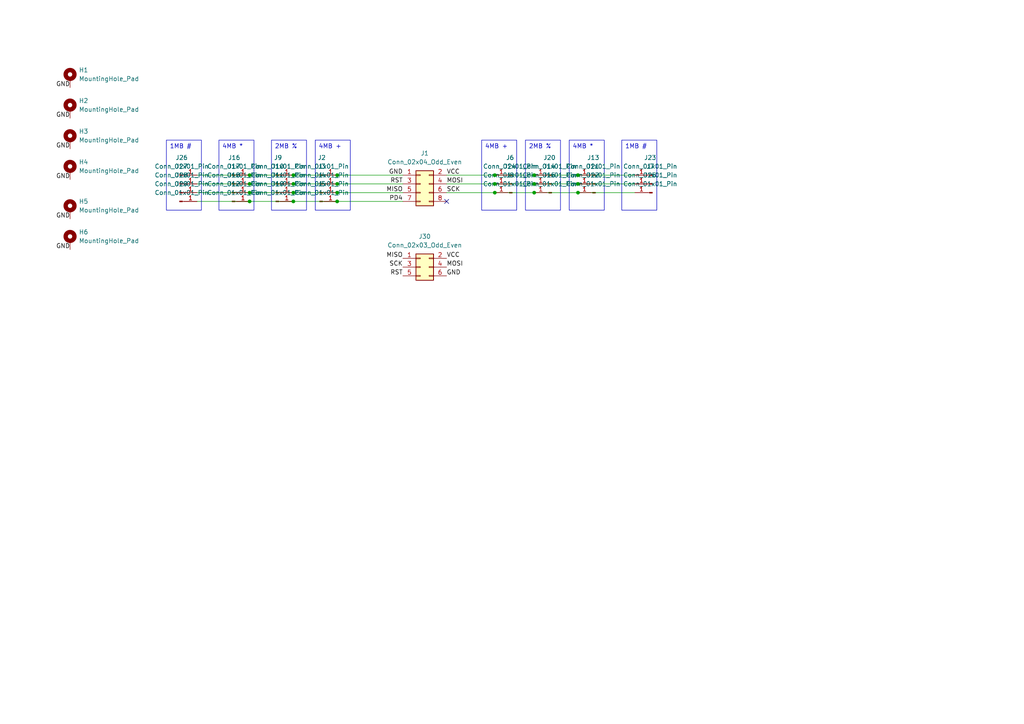
<source format=kicad_sch>
(kicad_sch (version 20250114) (generator "eeschema") (generator_version "9.0")
  (paper "A4")
  (lib_symbols
    (symbol "Connector:Conn_01x01_Pin" (pin_names (offset 1.016) (hide yes))
      (property "Reference" "J" (at 0 2.54 0))
      (property "Value" "Conn_01x01_Pin" (at 0 -2.54 0))
      (symbol "Conn_01x01_Pin_1_1"
        (rectangle (start 0.8636 0.127) (end 0 -0.127) (stroke (width 0.1524)) (fill (type outline)))
        (polyline (pts (xy 1.27 0) (xy 0.8636 0)) (stroke (width 0.1524)))
        (pin passive line (at 5.08 0 180) (length 3.81) (name "Pin_1") (number "1"))
      )
    )
    (symbol "Connector_Generic:Conn_02x03_Odd_Even" (pin_names (offset 1.016) (hide yes))
      (property "Reference" "J" (at 1.27 5.08 0))
      (property "Value" "Conn_02x03_Odd_Even" (at 1.27 -5.08 0))
      (symbol "Conn_02x03_Odd_Even_1_1"
        (rectangle (start -1.27 3.81) (end 3.81 -3.81) (stroke (width 0.254)) (fill (type background)))
        (rectangle (start -1.27 2.667) (end 0 2.413) (stroke (width 0.1524)))
        (rectangle (start -1.27 0.127) (end 0 -0.127) (stroke (width 0.1524)))
        (rectangle (start -1.27 -2.413) (end 0 -2.667) (stroke (width 0.1524)))
        (rectangle (start 3.81 2.667) (end 2.54 2.413) (stroke (width 0.1524)))
        (rectangle (start 3.81 0.127) (end 2.54 -0.127) (stroke (width 0.1524)))
        (rectangle (start 3.81 -2.413) (end 2.54 -2.667) (stroke (width 0.1524)))
        (pin passive line (at -5.08 2.54 0) (length 3.81) (name "Pin_1") (number "1"))
        (pin passive line (at -5.08 0 0) (length 3.81) (name "Pin_3") (number "3"))
        (pin passive line (at -5.08 -2.54 0) (length 3.81) (name "Pin_5") (number "5"))
        (pin passive line (at 7.62 2.54 180) (length 3.81) (name "Pin_2") (number "2"))
        (pin passive line (at 7.62 0 180) (length 3.81) (name "Pin_4") (number "4"))
        (pin passive line (at 7.62 -2.54 180) (length 3.81) (name "Pin_6") (number "6"))
      )
    )
    (symbol "Connector_Generic:Conn_02x04_Odd_Even" (pin_names (offset 1.016) (hide yes))
      (property "Reference" "J" (at 1.27 5.08 0))
      (property "Value" "Conn_02x04_Odd_Even" (at 1.27 -7.62 0))
      (symbol "Conn_02x04_Odd_Even_1_1"
        (rectangle (start -1.27 3.81) (end 3.81 -6.35) (stroke (width 0.254)) (fill (type background)))
        (rectangle (start -1.27 2.667) (end 0 2.413) (stroke (width 0.1524)))
        (rectangle (start -1.27 0.127) (end 0 -0.127) (stroke (width 0.1524)))
        (rectangle (start -1.27 -2.413) (end 0 -2.667) (stroke (width 0.1524)))
        (rectangle (start -1.27 -4.953) (end 0 -5.207) (stroke (width 0.1524)))
        (rectangle (start 3.81 2.667) (end 2.54 2.413) (stroke (width 0.1524)))
        (rectangle (start 3.81 0.127) (end 2.54 -0.127) (stroke (width 0.1524)))
        (rectangle (start 3.81 -2.413) (end 2.54 -2.667) (stroke (width 0.1524)))
        (rectangle (start 3.81 -4.953) (end 2.54 -5.207) (stroke (width 0.1524)))
        (pin passive line (at -5.08 2.54 0) (length 3.81) (name "Pin_1") (number "1"))
        (pin passive line (at -5.08 0 0) (length 3.81) (name "Pin_3") (number "3"))
        (pin passive line (at -5.08 -2.54 0) (length 3.81) (name "Pin_5") (number "5"))
        (pin passive line (at -5.08 -5.08 0) (length 3.81) (name "Pin_7") (number "7"))
        (pin passive line (at 7.62 2.54 180) (length 3.81) (name "Pin_2") (number "2"))
        (pin passive line (at 7.62 0 180) (length 3.81) (name "Pin_4") (number "4"))
        (pin passive line (at 7.62 -2.54 180) (length 3.81) (name "Pin_6") (number "6"))
        (pin passive line (at 7.62 -5.08 180) (length 3.81) (name "Pin_8") (number "8"))
      )
    )
    (symbol "Mechanical:MountingHole_Pad" (pin_numbers (hide yes)) (pin_names (offset 1.016) (hide yes)) (exclude_from_sim yes) (in_bom no)
      (property "Reference" "H" (at 0 6.35 0))
      (property "Value" "MountingHole_Pad" (at 0 4.445 0))
      (symbol "MountingHole_Pad_0_1"
        (circle (center 0 1.27) (radius 1.27) (stroke (width 1.27)))
      )
      (symbol "MountingHole_Pad_1_1"
        (pin input line (at 0 -2.54 90) (length 2.54) (name "1") (number "1"))
      )
    )
  )
  (text_box "4MB +" (at 91.44 40.64 0) (size 10.16 20.32) (margins 0.9525 0.9525 0.9525 0.9525) (effects (font (size 1.27 1.27)) (justify left top)))
  (text_box "2MB %" (at 152.4 40.64 0) (size 10.16 20.32) (margins 0.9525 0.9525 0.9525 0.9525) (effects (font (size 1.27 1.27)) (justify left top)))
  (text_box "2MB %" (at 78.74 40.64 0) (size 10.16 20.32) (margins 0.9525 0.9525 0.9525 0.9525) (effects (font (size 1.27 1.27)) (justify left top)))
  (text_box "1MB #" (at 180.34 40.64 0) (size 10.16 20.32) (margins 0.9525 0.9525 0.9525 0.9525) (effects (font (size 1.27 1.27)) (justify left top)))
  (text_box "1MB #" (at 48.26 40.64 0) (size 10.16 20.32) (margins 0.9525 0.9525 0.9525 0.9525) (effects (font (size 1.27 1.27)) (justify left top)))
  (text_box "4MB +" (at 139.7 40.64 0) (size 10.16 20.32) (margins 0.9525 0.9525 0.9525 0.9525) (effects (font (size 1.27 1.27)) (justify left top)))
  (text_box "4MB *" (at 165.1 40.64 0) (size 10.16 20.32) (margins 0.9525 0.9525 0.9525 0.9525) (effects (font (size 1.27 1.27)) (justify left top)))
  (text_box "4MB *" (at 63.5 40.64 0) (size 10.16 20.32) (margins 0.9525 0.9525 0.9525 0.9525) (effects (font (size 1.27 1.27)) (justify left top)))
  (junction (at 85.09 50.8))
  (junction (at 85.09 53.34))
  (junction (at 97.79 58.42))
  (junction (at 72.39 50.8))
  (junction (at 85.09 55.88))
  (junction (at 167.64 50.8))
  (junction (at 72.39 55.88))
  (junction (at 97.79 53.34))
  (junction (at 85.09 58.42))
  (junction (at 154.94 55.88))
  (junction (at 143.51 50.8))
  (junction (at 97.79 55.88))
  (junction (at 154.94 50.8))
  (junction (at 143.51 55.88))
  (junction (at 154.94 53.34))
  (junction (at 97.79 50.8))
  (junction (at 143.51 53.34))
  (junction (at 72.39 58.42))
  (junction (at 167.64 55.88))
  (junction (at 167.64 53.34))
  (junction (at 72.39 53.34))
  (no_connect (at 129.54 58.42))
  (wire (pts (xy 143.51 55.88) (xy 154.94 55.88)))
  (wire (pts (xy 85.09 53.34) (xy 97.79 53.34)))
  (wire (pts (xy 143.51 53.34) (xy 154.94 53.34)))
  (wire (pts (xy 72.39 55.88) (xy 85.09 55.88)))
  (wire (pts (xy 97.79 53.34) (xy 116.84 53.34)))
  (wire (pts (xy 129.54 50.8) (xy 143.51 50.8)))
  (wire (pts (xy 97.79 58.42) (xy 116.84 58.42)))
  (wire (pts (xy 97.79 55.88) (xy 116.84 55.88)))
  (wire (pts (xy 167.64 50.8) (xy 184.15 50.8)))
  (wire (pts (xy 57.15 53.34) (xy 72.39 53.34)))
  (wire (pts (xy 97.79 50.8) (xy 116.84 50.8)))
  (wire (pts (xy 154.94 55.88) (xy 167.64 55.88)))
  (wire (pts (xy 154.94 53.34) (xy 167.64 53.34)))
  (wire (pts (xy 85.09 55.88) (xy 97.79 55.88)))
  (wire (pts (xy 143.51 50.8) (xy 154.94 50.8)))
  (wire (pts (xy 72.39 58.42) (xy 85.09 58.42)))
  (wire (pts (xy 57.15 55.88) (xy 72.39 55.88)))
  (wire (pts (xy 129.54 55.88) (xy 143.51 55.88)))
  (wire (pts (xy 167.64 55.88) (xy 184.15 55.88)))
  (wire (pts (xy 85.09 50.8) (xy 97.79 50.8)))
  (wire (pts (xy 129.54 53.34) (xy 143.51 53.34)))
  (wire (pts (xy 72.39 50.8) (xy 85.09 50.8)))
  (wire (pts (xy 57.15 58.42) (xy 72.39 58.42)))
  (wire (pts (xy 167.64 53.34) (xy 184.15 53.34)))
  (wire (pts (xy 85.09 58.42) (xy 97.79 58.42)))
  (wire (pts (xy 72.39 53.34) (xy 85.09 53.34)))
  (wire (pts (xy 57.15 50.8) (xy 72.39 50.8)))
  (wire (pts (xy 154.94 50.8) (xy 167.64 50.8)))
  (label "GND" (at 20.32 43.18 180))
  (label "MOSI" (at 129.54 77.47 0))
  (label "VCC" (at 129.54 74.93 0))
  (label "VCC" (at 129.54 50.8 0))
  (label "GND" (at 116.84 50.8 180))
  (label "PD4" (at 116.84 58.42 180))
  (label "MISO" (at 116.84 55.88 180))
  (label "GND" (at 20.32 25.4 180))
  (label "MISO" (at 116.84 74.93 180))
  (label "GND" (at 20.32 34.29 180))
  (label "GND" (at 20.32 72.39 180))
  (label "SCK" (at 116.84 77.47 180))
  (label "MOSI" (at 129.54 53.34 0))
  (label "GND" (at 129.54 80.01 0))
  (label "SCK" (at 129.54 55.88 0))
  (label "RST" (at 116.84 80.01 180))
  (label "GND" (at 20.32 52.07 180))
  (label "RST" (at 116.84 53.34 180))
  (label "GND" (at 20.32 63.5 180))
  (symbol (lib_id "Connector:Conn_01x01_Pin") (at 160.02 53.34 0) (mirror y) (unit 1)
    (property "Reference" "J14" (at 159.385 48.26 0))
    (property "Value" "Conn_01x01_Pin" (at 159.385 50.8 0))
    (property "Footprint" "Connector_PinHeader_2.54mm:PinHeader_1x01_P2.54mm_Vertical" (effects (hide yes)))
    (property "Description" "Generic connector, single row, 01x01, script generated" (effects (hide yes)))
  )
  (symbol (lib_id "Connector:Conn_01x01_Pin") (at 189.23 55.88 0) (mirror y) (unit 1)
    (property "Reference" "J25" (at 188.595 50.8 0))
    (property "Value" "Conn_01x01_Pin" (at 188.595 53.34 0))
    (property "Footprint" "Connector_PinHeader_2.54mm:PinHeader_1x01_P2.54mm_Vertical" (effects (hide yes)))
    (property "Description" "Generic connector, single row, 01x01, script generated" (effects (hide yes)))
  )
  (symbol (lib_id "Mechanical:MountingHole_Pad") (at 20.32 49.53 0) (unit 1) (exclude_from_sim yes) (in_bom no)
    (property "Reference" "H4" (at 22.86 46.9899 0) (effects (justify left)))
    (property "Value" "MountingHole_Pad" (at 22.86 49.5299 0) (effects (justify left)))
    (property "Footprint" "MountingHole:MountingHole_4.3mm_M4_DIN965_Pad" (effects (hide yes)))
    (property "Description" "Mounting Hole with connection" (effects (hide yes)))
  )
  (symbol (lib_id "Connector:Conn_01x01_Pin") (at 52.07 58.42 0) (unit 1)
    (property "Reference" "J29" (at 52.705 53.34 0))
    (property "Value" "Conn_01x01_Pin" (at 52.705 55.88 0))
    (property "Footprint" "Connector_PinHeader_2.54mm:PinHeader_1x01_P2.54mm_Vertical" (effects (hide yes)))
    (property "Description" "Generic connector, single row, 01x01, script generated" (effects (hide yes)))
  )
  (symbol (lib_id "Mechanical:MountingHole_Pad") (at 20.32 60.96 0) (unit 1) (exclude_from_sim yes) (in_bom no)
    (property "Reference" "H5" (at 22.86 58.4199 0) (effects (justify left)))
    (property "Value" "MountingHole_Pad" (at 22.86 60.9599 0) (effects (justify left)))
    (property "Footprint" "MountingHole:MountingHole_2.2mm_M2_DIN965_Pad" (effects (hide yes)))
    (property "Description" "Mounting Hole with connection" (effects (hide yes)))
  )
  (symbol (lib_id "Connector:Conn_01x01_Pin") (at 148.59 53.34 0) (mirror y) (unit 1)
    (property "Reference" "J24" (at 147.955 48.26 0))
    (property "Value" "Conn_01x01_Pin" (at 147.955 50.8 0))
    (property "Footprint" "Connector_PinHeader_2.54mm:PinHeader_1x01_P2.54mm_Vertical" (effects (hide yes)))
    (property "Description" "Generic connector, single row, 01x01, script generated" (effects (hide yes)))
  )
  (symbol (lib_id "Connector:Conn_01x01_Pin") (at 52.07 50.8 0) (unit 1)
    (property "Reference" "J26" (at 52.705 45.72 0))
    (property "Value" "Conn_01x01_Pin" (at 52.705 48.26 0))
    (property "Footprint" "Connector_PinHeader_2.54mm:PinHeader_1x01_P2.54mm_Vertical" (effects (hide yes)))
    (property "Description" "Generic connector, single row, 01x01, script generated" (effects (hide yes)))
  )
  (symbol (lib_id "Connector:Conn_01x01_Pin") (at 52.07 53.34 0) (unit 1)
    (property "Reference" "J27" (at 52.705 48.26 0))
    (property "Value" "Conn_01x01_Pin" (at 52.705 50.8 0))
    (property "Footprint" "Connector_PinHeader_2.54mm:PinHeader_1x01_P2.54mm_Vertical" (effects (hide yes)))
    (property "Description" "Generic connector, single row, 01x01, script generated" (effects (hide yes)))
  )
  (symbol (lib_id "Connector:Conn_01x01_Pin") (at 80.01 53.34 0) (unit 1)
    (property "Reference" "J10" (at 80.645 48.26 0))
    (property "Value" "Conn_01x01_Pin" (at 80.645 50.8 0))
    (property "Footprint" "Connector_PinHeader_2.54mm:PinHeader_1x01_P2.54mm_Vertical" (effects (hide yes)))
    (property "Description" "Generic connector, single row, 01x01, script generated" (effects (hide yes)))
  )
  (symbol (lib_id "Connector:Conn_01x01_Pin") (at 92.71 55.88 0) (unit 1)
    (property "Reference" "J4" (at 93.345 50.8 0))
    (property "Value" "Conn_01x01_Pin" (at 93.345 53.34 0))
    (property "Footprint" "Connector_PinHeader_2.54mm:PinHeader_1x01_P2.54mm_Vertical" (effects (hide yes)))
    (property "Description" "Generic connector, single row, 01x01, script generated" (effects (hide yes)))
  )
  (symbol (lib_id "Connector:Conn_01x01_Pin") (at 148.59 55.88 0) (mirror y) (unit 1)
    (property "Reference" "J8" (at 147.955 50.8 0))
    (property "Value" "Conn_01x01_Pin" (at 147.955 53.34 0))
    (property "Footprint" "Connector_PinHeader_2.54mm:PinHeader_1x01_P2.54mm_Vertical" (effects (hide yes)))
    (property "Description" "Generic connector, single row, 01x01, script generated" (effects (hide yes)))
  )
  (symbol (lib_id "Connector:Conn_01x01_Pin") (at 80.01 55.88 0) (unit 1)
    (property "Reference" "J11" (at 80.645 50.8 0))
    (property "Value" "Conn_01x01_Pin" (at 80.645 53.34 0))
    (property "Footprint" "Connector_PinHeader_2.54mm:PinHeader_1x01_P2.54mm_Vertical" (effects (hide yes)))
    (property "Description" "Generic connector, single row, 01x01, script generated" (effects (hide yes)))
  )
  (symbol (lib_id "Connector:Conn_01x01_Pin") (at 172.72 50.8 0) (mirror y) (unit 1)
    (property "Reference" "J13" (at 172.085 45.72 0))
    (property "Value" "Conn_01x01_Pin" (at 172.085 48.26 0))
    (property "Footprint" "Connector_PinHeader_2.54mm:PinHeader_1x01_P2.54mm_Vertical" (effects (hide yes)))
    (property "Description" "Generic connector, single row, 01x01, script generated" (effects (hide yes)))
  )
  (symbol (lib_id "Connector:Conn_01x01_Pin") (at 67.31 50.8 0) (unit 1)
    (property "Reference" "J16" (at 67.945 45.72 0))
    (property "Value" "Conn_01x01_Pin" (at 67.945 48.26 0))
    (property "Footprint" "Connector_PinHeader_2.54mm:PinHeader_1x01_P2.54mm_Vertical" (effects (hide yes)))
    (property "Description" "Generic connector, single row, 01x01, script generated" (effects (hide yes)))
  )
  (symbol (lib_id "Connector_Generic:Conn_02x04_Odd_Even") (at 121.92 53.34 0) (unit 1)
    (property "Reference" "J1" (at 123.19 44.45 0))
    (property "Value" "Conn_02x04_Odd_Even" (at 123.19 46.99 0))
    (property "Footprint" "Connector_PinHeader_2.54mm:PinHeader_2x04_P2.54mm_Vertical" (effects (hide yes)))
    (property "Description" "Generic connector, double row, 02x04, odd/even pin numbering scheme (row 1 odd numbers, row 2 even numbers), script generated (kicad-library-utils/schlib/autogen/connector/)" (effects (hide yes)))
  )
  (symbol (lib_id "Connector:Conn_01x01_Pin") (at 92.71 58.42 0) (unit 1)
    (property "Reference" "J5" (at 93.345 53.34 0))
    (property "Value" "Conn_01x01_Pin" (at 93.345 55.88 0))
    (property "Footprint" "Connector_PinHeader_2.54mm:PinHeader_1x01_P2.54mm_Vertical" (effects (hide yes)))
    (property "Description" "Generic connector, single row, 01x01, script generated" (effects (hide yes)))
  )
  (symbol (lib_id "Mechanical:MountingHole_Pad") (at 20.32 69.85 0) (unit 1) (exclude_from_sim yes) (in_bom no)
    (property "Reference" "H6" (at 22.86 67.3099 0) (effects (justify left)))
    (property "Value" "MountingHole_Pad" (at 22.86 69.8499 0) (effects (justify left)))
    (property "Footprint" "MountingHole:MountingHole_2.2mm_M2_DIN965_Pad" (effects (hide yes)))
    (property "Description" "Mounting Hole with connection" (effects (hide yes)))
  )
  (symbol (lib_id "Connector:Conn_01x01_Pin") (at 172.72 55.88 0) (mirror y) (unit 1)
    (property "Reference" "J22" (at 172.085 50.8 0))
    (property "Value" "Conn_01x01_Pin" (at 172.085 53.34 0))
    (property "Footprint" "Connector_PinHeader_2.54mm:PinHeader_1x01_P2.54mm_Vertical" (effects (hide yes)))
    (property "Description" "Generic connector, single row, 01x01, script generated" (effects (hide yes)))
  )
  (symbol (lib_id "Connector:Conn_01x01_Pin") (at 189.23 53.34 0) (mirror y) (unit 1)
    (property "Reference" "J7" (at 188.595 48.26 0))
    (property "Value" "Conn_01x01_Pin" (at 188.595 50.8 0))
    (property "Footprint" "Connector_PinHeader_2.54mm:PinHeader_1x01_P2.54mm_Vertical" (effects (hide yes)))
    (property "Description" "Generic connector, single row, 01x01, script generated" (effects (hide yes)))
  )
  (symbol (lib_id "Connector:Conn_01x01_Pin") (at 160.02 50.8 0) (mirror y) (unit 1)
    (property "Reference" "J20" (at 159.385 45.72 0))
    (property "Value" "Conn_01x01_Pin" (at 159.385 48.26 0))
    (property "Footprint" "Connector_PinHeader_2.54mm:PinHeader_1x01_P2.54mm_Vertical" (effects (hide yes)))
    (property "Description" "Generic connector, single row, 01x01, script generated" (effects (hide yes)))
  )
  (symbol (lib_id "Connector:Conn_01x01_Pin") (at 67.31 58.42 0) (unit 1)
    (property "Reference" "J12" (at 67.945 53.34 0))
    (property "Value" "Conn_01x01_Pin" (at 67.945 55.88 0))
    (property "Footprint" "Connector_PinHeader_2.54mm:PinHeader_1x01_P2.54mm_Vertical" (effects (hide yes)))
    (property "Description" "Generic connector, single row, 01x01, script generated" (effects (hide yes)))
  )
  (symbol (lib_id "Connector:Conn_01x01_Pin") (at 92.71 50.8 0) (unit 1)
    (property "Reference" "J2" (at 93.345 45.72 0))
    (property "Value" "Conn_01x01_Pin" (at 93.345 48.26 0))
    (property "Footprint" "Connector_PinHeader_2.54mm:PinHeader_1x01_P2.54mm_Vertical" (effects (hide yes)))
    (property "Description" "Generic connector, single row, 01x01, script generated" (effects (hide yes)))
  )
  (symbol (lib_id "Connector:Conn_01x01_Pin") (at 92.71 53.34 0) (unit 1)
    (property "Reference" "J3" (at 93.345 48.26 0))
    (property "Value" "Conn_01x01_Pin" (at 93.345 50.8 0))
    (property "Footprint" "Connector_PinHeader_2.54mm:PinHeader_1x01_P2.54mm_Vertical" (effects (hide yes)))
    (property "Description" "Generic connector, single row, 01x01, script generated" (effects (hide yes)))
  )
  (symbol (lib_id "Connector:Conn_01x01_Pin") (at 67.31 53.34 0) (unit 1)
    (property "Reference" "J17" (at 67.945 48.26 0))
    (property "Value" "Conn_01x01_Pin" (at 67.945 50.8 0))
    (property "Footprint" "Connector_PinHeader_2.54mm:PinHeader_1x01_P2.54mm_Vertical" (effects (hide yes)))
    (property "Description" "Generic connector, single row, 01x01, script generated" (effects (hide yes)))
  )
  (symbol (lib_id "Connector:Conn_01x01_Pin") (at 52.07 55.88 0) (unit 1)
    (property "Reference" "J28" (at 52.705 50.8 0))
    (property "Value" "Conn_01x01_Pin" (at 52.705 53.34 0))
    (property "Footprint" "Connector_PinHeader_2.54mm:PinHeader_1x01_P2.54mm_Vertical" (effects (hide yes)))
    (property "Description" "Generic connector, single row, 01x01, script generated" (effects (hide yes)))
  )
  (symbol (lib_id "Connector:Conn_01x01_Pin") (at 80.01 58.42 0) (unit 1)
    (property "Reference" "J19" (at 80.645 53.34 0))
    (property "Value" "Conn_01x01_Pin" (at 80.645 55.88 0))
    (property "Footprint" "Connector_PinHeader_2.54mm:PinHeader_1x01_P2.54mm_Vertical" (effects (hide yes)))
    (property "Description" "Generic connector, single row, 01x01, script generated" (effects (hide yes)))
  )
  (symbol (lib_id "Connector:Conn_01x01_Pin") (at 189.23 50.8 0) (mirror y) (unit 1)
    (property "Reference" "J23" (at 188.595 45.72 0))
    (property "Value" "Conn_01x01_Pin" (at 188.595 48.26 0))
    (property "Footprint" "Connector_PinHeader_2.54mm:PinHeader_1x01_P2.54mm_Vertical" (effects (hide yes)))
    (property "Description" "Generic connector, single row, 01x01, script generated" (effects (hide yes)))
  )
  (symbol (lib_id "Connector:Conn_01x01_Pin") (at 172.72 53.34 0) (mirror y) (unit 1)
    (property "Reference" "J21" (at 172.085 48.26 0))
    (property "Value" "Conn_01x01_Pin" (at 172.085 50.8 0))
    (property "Footprint" "Connector_PinHeader_2.54mm:PinHeader_1x01_P2.54mm_Vertical" (effects (hide yes)))
    (property "Description" "Generic connector, single row, 01x01, script generated" (effects (hide yes)))
  )
  (symbol (lib_id "Mechanical:MountingHole_Pad") (at 20.32 31.75 0) (unit 1) (exclude_from_sim yes) (in_bom no)
    (property "Reference" "H2" (at 22.86 29.2099 0) (effects (justify left)))
    (property "Value" "MountingHole_Pad" (at 22.86 31.7499 0) (effects (justify left)))
    (property "Footprint" "MountingHole:MountingHole_4.3mm_M4_DIN965_Pad" (effects (hide yes)))
    (property "Description" "Mounting Hole with connection" (effects (hide yes)))
  )
  (symbol (lib_id "Connector_Generic:Conn_02x03_Odd_Even") (at 121.92 77.47 0) (unit 1)
    (property "Reference" "J30" (at 123.19 68.58 0))
    (property "Value" "Conn_02x03_Odd_Even" (at 123.19 71.12 0))
    (property "Footprint" "Connector_PinHeader_2.54mm:PinHeader_2x03_P2.54mm_Vertical" (effects (hide yes)))
    (property "Description" "Generic connector, double row, 02x03, odd/even pin numbering scheme (row 1 odd numbers, row 2 even numbers), script generated (kicad-library-utils/schlib/autogen/connector/)" (effects (hide yes)))
  )
  (symbol (lib_id "Mechanical:MountingHole_Pad") (at 20.32 40.64 0) (unit 1) (exclude_from_sim yes) (in_bom no)
    (property "Reference" "H3" (at 22.86 38.0999 0) (effects (justify left)))
    (property "Value" "MountingHole_Pad" (at 22.86 40.6399 0) (effects (justify left)))
    (property "Footprint" "MountingHole:MountingHole_4.3mm_M4_DIN965_Pad" (effects (hide yes)))
    (property "Description" "Mounting Hole with connection" (effects (hide yes)))
  )
  (symbol (lib_id "Connector:Conn_01x01_Pin") (at 148.59 50.8 0) (mirror y) (unit 1)
    (property "Reference" "J6" (at 147.955 45.72 0))
    (property "Value" "Conn_01x01_Pin" (at 147.955 48.26 0))
    (property "Footprint" "Connector_PinHeader_2.54mm:PinHeader_1x01_P2.54mm_Vertical" (effects (hide yes)))
    (property "Description" "Generic connector, single row, 01x01, script generated" (effects (hide yes)))
  )
  (symbol (lib_id "Connector:Conn_01x01_Pin") (at 67.31 55.88 0) (unit 1)
    (property "Reference" "J18" (at 67.945 50.8 0))
    (property "Value" "Conn_01x01_Pin" (at 67.945 53.34 0))
    (property "Footprint" "Connector_PinHeader_2.54mm:PinHeader_1x01_P2.54mm_Vertical" (effects (hide yes)))
    (property "Description" "Generic connector, single row, 01x01, script generated" (effects (hide yes)))
  )
  (symbol (lib_id "Connector:Conn_01x01_Pin") (at 80.01 50.8 0) (unit 1)
    (property "Reference" "J9" (at 80.645 45.72 0))
    (property "Value" "Conn_01x01_Pin" (at 80.645 48.26 0))
    (property "Footprint" "Connector_PinHeader_2.54mm:PinHeader_1x01_P2.54mm_Vertical" (effects (hide yes)))
    (property "Description" "Generic connector, single row, 01x01, script generated" (effects (hide yes)))
  )
  (symbol (lib_id "Connector:Conn_01x01_Pin") (at 160.02 55.88 0) (mirror y) (unit 1)
    (property "Reference" "J15" (at 159.385 50.8 0))
    (property "Value" "Conn_01x01_Pin" (at 159.385 53.34 0))
    (property "Footprint" "Connector_PinHeader_2.54mm:PinHeader_1x01_P2.54mm_Vertical" (effects (hide yes)))
    (property "Description" "Generic connector, single row, 01x01, script generated" (effects (hide yes)))
  )
  (symbol (lib_id "Mechanical:MountingHole_Pad") (at 20.32 22.86 0) (unit 1) (exclude_from_sim yes) (in_bom no)
    (property "Reference" "H1" (at 22.86 20.3199 0) (effects (justify left)))
    (property "Value" "MountingHole_Pad" (at 22.86 22.8599 0) (effects (justify left)))
    (property "Footprint" "MountingHole:MountingHole_4.3mm_M4_DIN965_Pad" (effects (hide yes)))
    (property "Description" "Mounting Hole with connection" (effects (hide yes)))
  )
)
</source>
